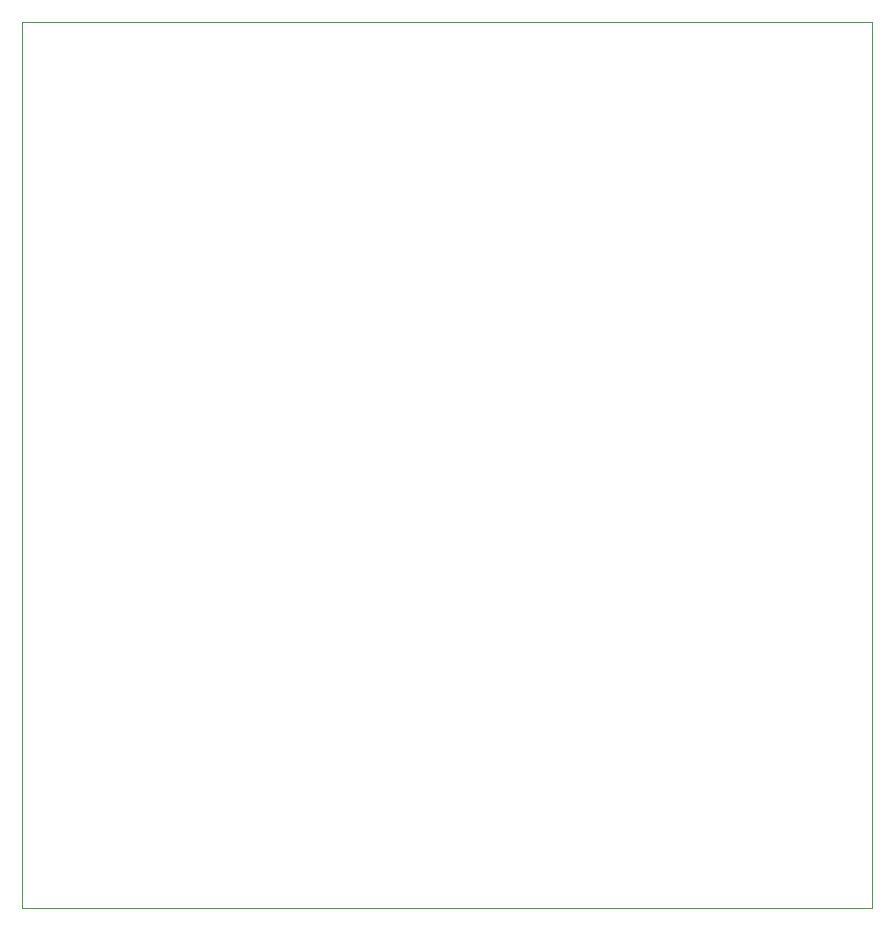
<source format=gbr>
%FSLAX34Y34*%
%MOMM*%
%LNOUTLINE*%
G71*
G01*
%ADD10C, 0.100*%
%LPD*%
G54D10*
X10000Y240000D02*
X730000Y240000D01*
X730000Y990000D01*
X10000Y990000D01*
X10000Y240000D01*
M02*

</source>
